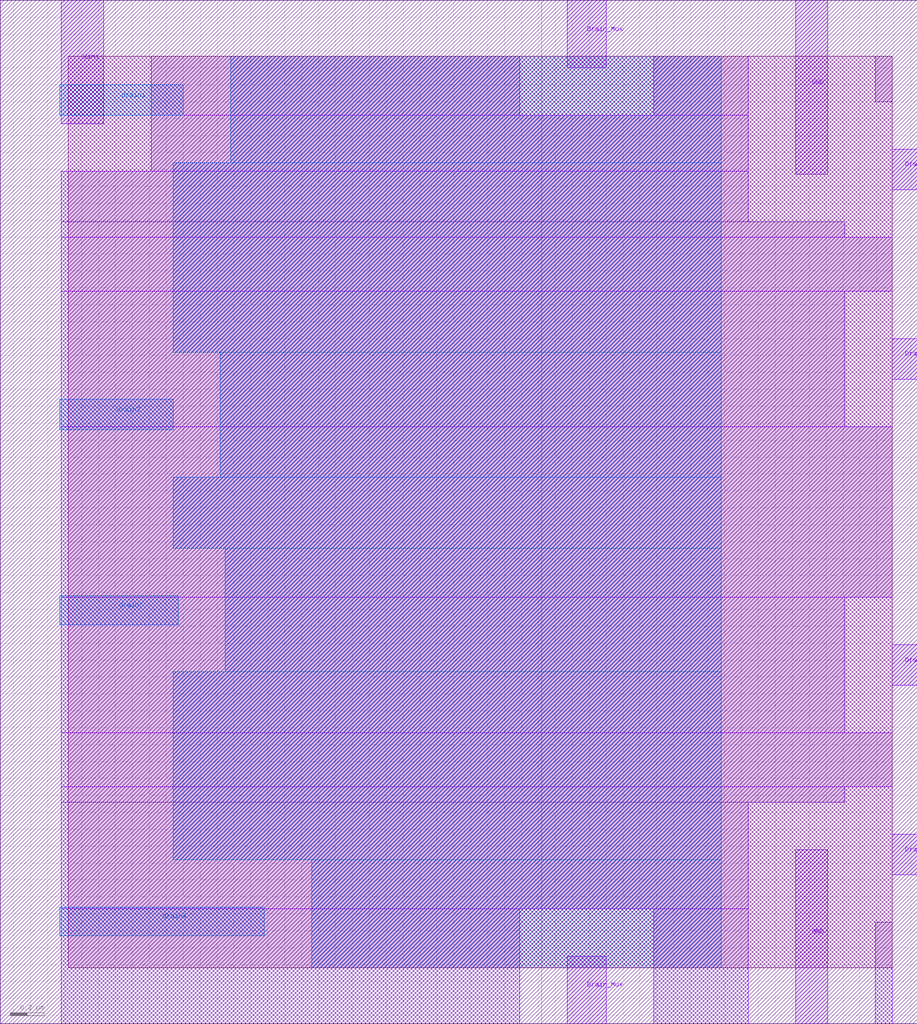
<source format=lef>
VERSION 5.7 ;
  NOWIREEXTENSIONATPIN ON ;
  DIVIDERCHAR "/" ;
  BUSBITCHARS "[]" ;
UNITS
  DATABASE MICRONS 200 ;
END UNITS

LAYER via2
  TYPE CUT ;
END via2

LAYER via
  TYPE CUT ;
END via

LAYER nwell
  TYPE MASTERSLICE ;
END nwell

LAYER via3
  TYPE CUT ;
END via3

LAYER pwell
  TYPE MASTERSLICE ;
END pwell

LAYER via4
  TYPE CUT ;
END via4

LAYER mcon
  TYPE CUT ;
END mcon

LAYER met6
  TYPE ROUTING ;
  WIDTH 0.030000 ;
  SPACING 0.040000 ;
  DIRECTION HORIZONTAL ;
END met6

LAYER met1
  TYPE ROUTING ;
  WIDTH 0.140000 ;
  SPACING 0.140000 ;
  DIRECTION HORIZONTAL ;
END met1

LAYER met3
  TYPE ROUTING ;
  WIDTH 0.300000 ;
  SPACING 0.300000 ;
  DIRECTION HORIZONTAL ;
END met3

LAYER met2
  TYPE ROUTING ;
  WIDTH 0.140000 ;
  SPACING 0.140000 ;
  DIRECTION HORIZONTAL ;
END met2

LAYER met4
  TYPE ROUTING ;
  WIDTH 0.300000 ;
  SPACING 0.300000 ;
  DIRECTION HORIZONTAL ;
END met4

LAYER met5
  TYPE ROUTING ;
  WIDTH 1.600000 ;
  SPACING 1.600000 ;
  DIRECTION HORIZONTAL ;
END met5

LAYER li1
  TYPE ROUTING ;
  WIDTH 0.170000 ;
  SPACING 0.170000 ;
  DIRECTION HORIZONTAL ;
END li1

MACRO sky130_hilas_drainSelect01
  CLASS BLOCK ;
  FOREIGN sky130_hilas_drainSelect01 ;
  ORIGIN -10.720 -0.050 ;
  SIZE 5.420 BY 6.050 ;
  PIN drain4
    PORT
      LAYER met2 ;
        RECT 11.070 0.570 12.280 0.740 ;
    END
  END drain4
  PIN drain3
    PORT
      LAYER met2 ;
        RECT 11.070 2.410 11.770 2.580 ;
    END
  END drain3
  PIN drain2
    USE ANALOG ;
    PORT
      LAYER met2 ;
        RECT 11.070 3.560 11.740 3.740 ;
    END
  END drain2
  PIN drain1
    USE ANALOG ;
    PORT
      LAYER met2 ;
        RECT 11.070 5.420 11.800 5.600 ;
    END
  END drain1
  PIN DrainSelect1
    USE ANALOG ;
    PORT
      LAYER met1 ;
        RECT 15.990 4.980 16.140 5.220 ;
    END
  END DrainSelect1
  PIN DrainSelect2
    USE ANALOG ;
    PORT
      LAYER met1 ;
        RECT 15.990 3.860 16.140 4.100 ;
    END
  END DrainSelect2
  PIN DrainSelect3
    USE ANALOG ;
    PORT
      LAYER met1 ;
        RECT 15.990 2.050 16.140 2.290 ;
    END
  END DrainSelect3
  PIN DrainSelect4
    USE ANALOG ;
    PORT
      LAYER met1 ;
        RECT 15.990 0.930 16.140 1.170 ;
    END
  END DrainSelect4
  PIN Vinj
    USE POWER ;
    PORT
      LAYER met1 ;
        RECT 11.080 5.370 11.330 6.100 ;
    END
  END Vinj
  PIN Drain_Mux
    USE ANALOG ;
    PORT
      LAYER met1 ;
        RECT 14.070 5.700 14.300 6.100 ;
    END
    PORT
      LAYER met1 ;
        RECT 14.070 0.050 14.300 0.450 ;
    END
  END Drain_Mux
  PIN GND
    USE GROUND ;
    PORT
      LAYER met1 ;
        RECT 15.420 0.050 15.610 1.080 ;
    END
    PORT
      LAYER met1 ;
        RECT 15.420 5.070 15.610 6.100 ;
    END
  END GND
  OBS
      LAYER nwell ;
        RECT 10.720 0.050 13.920 6.100 ;
      LAYER li1 ;
        RECT 11.120 0.380 15.990 5.770 ;
      LAYER met1 ;
        RECT 11.610 5.420 13.790 5.770 ;
        RECT 14.580 5.420 15.140 5.770 ;
        RECT 15.890 5.500 15.990 5.770 ;
        RECT 11.610 5.090 15.140 5.420 ;
        RECT 11.080 4.790 15.140 5.090 ;
        RECT 11.080 4.700 15.710 4.790 ;
        RECT 11.080 4.380 15.990 4.700 ;
        RECT 11.080 3.580 15.710 4.380 ;
        RECT 11.080 2.570 15.990 3.580 ;
        RECT 11.080 1.770 15.710 2.570 ;
        RECT 11.080 1.450 15.990 1.770 ;
        RECT 11.080 1.360 15.710 1.450 ;
        RECT 11.080 0.730 15.140 1.360 ;
        RECT 11.080 0.050 13.790 0.730 ;
        RECT 14.580 0.050 15.140 0.730 ;
        RECT 15.890 0.050 15.990 0.650 ;
      LAYER met2 ;
        RECT 12.080 5.140 14.980 5.770 ;
        RECT 11.740 4.020 14.980 5.140 ;
        RECT 12.020 3.280 14.980 4.020 ;
        RECT 11.740 2.860 14.980 3.280 ;
        RECT 12.050 2.130 14.980 2.860 ;
        RECT 11.740 1.020 14.980 2.130 ;
        RECT 12.560 0.380 14.980 1.020 ;
  END
END sky130_hilas_drainSelect01
END LIBRARY


</source>
